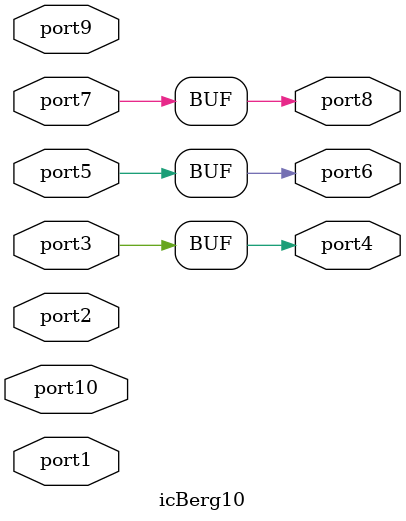
<source format=v>
module icBerg10(
input wire port1,
input wire port2,
input wire port3,
output wire port4,
input wire port5,
output wire port6,
input wire port7,
output wire port8,
input wire port9,
input wire port10
);

assign port4 = port3;
assign port6 = port5;
assign port8 = port7;
endmodule
</source>
